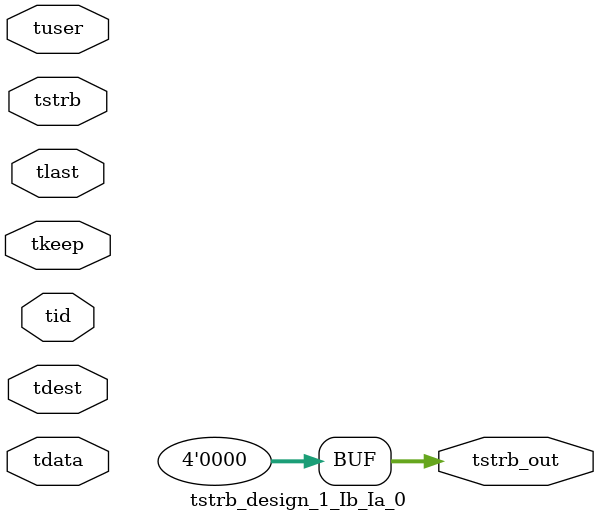
<source format=v>


`timescale 1ps/1ps

module tstrb_design_1_Ib_Ia_0 #
(
parameter C_S_AXIS_TDATA_WIDTH = 32,
parameter C_S_AXIS_TUSER_WIDTH = 0,
parameter C_S_AXIS_TID_WIDTH   = 0,
parameter C_S_AXIS_TDEST_WIDTH = 0,
parameter C_M_AXIS_TDATA_WIDTH = 32
)
(
input  [(C_S_AXIS_TDATA_WIDTH == 0 ? 1 : C_S_AXIS_TDATA_WIDTH)-1:0     ] tdata,
input  [(C_S_AXIS_TUSER_WIDTH == 0 ? 1 : C_S_AXIS_TUSER_WIDTH)-1:0     ] tuser,
input  [(C_S_AXIS_TID_WIDTH   == 0 ? 1 : C_S_AXIS_TID_WIDTH)-1:0       ] tid,
input  [(C_S_AXIS_TDEST_WIDTH == 0 ? 1 : C_S_AXIS_TDEST_WIDTH)-1:0     ] tdest,
input  [(C_S_AXIS_TDATA_WIDTH/8)-1:0 ] tkeep,
input  [(C_S_AXIS_TDATA_WIDTH/8)-1:0 ] tstrb,
input                                                                    tlast,
output [(C_M_AXIS_TDATA_WIDTH/8)-1:0 ] tstrb_out
);

assign tstrb_out = {1'b0};

endmodule


</source>
